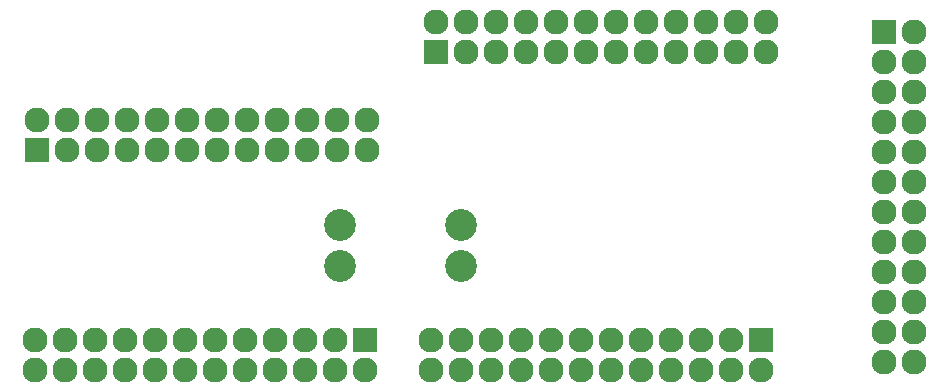
<source format=gbr>
G04 #@! TF.FileFunction,Soldermask,Top*
%FSLAX46Y46*%
G04 Gerber Fmt 4.6, Leading zero omitted, Abs format (unit mm)*
G04 Created by KiCad (PCBNEW 4.0.2+dfsg1-stable) date lun 28 gen 2019 08:35:01 CET*
%MOMM*%
G01*
G04 APERTURE LIST*
%ADD10C,0.100000*%
%ADD11O,2.127200X2.127200*%
%ADD12R,2.127200X2.127200*%
%ADD13C,2.700000*%
G04 APERTURE END LIST*
D10*
D11*
X142635905Y-105830583D03*
X145175905Y-105830583D03*
X142635905Y-103290583D03*
X145175905Y-103290583D03*
X142635905Y-100750583D03*
X145175905Y-100750583D03*
X142635905Y-98210583D03*
X145175905Y-98210583D03*
X142635905Y-95670583D03*
X145175905Y-95670583D03*
X142635905Y-93130583D03*
X145175905Y-93130583D03*
X142635905Y-90590583D03*
X145175905Y-90590583D03*
X142635905Y-88050583D03*
X145175905Y-88050583D03*
X142635905Y-85510583D03*
X145175905Y-85510583D03*
X142635905Y-82970583D03*
X145175905Y-82970583D03*
X142635905Y-80430583D03*
X145175905Y-80430583D03*
D12*
X142635905Y-77890583D03*
D11*
X145175905Y-77890583D03*
X132646420Y-79606140D03*
X132646420Y-77066140D03*
X130106420Y-79606140D03*
X130106420Y-77066140D03*
X127566420Y-79606140D03*
X127566420Y-77066140D03*
X125026420Y-79606140D03*
X125026420Y-77066140D03*
X122486420Y-79606140D03*
X122486420Y-77066140D03*
X119946420Y-79606140D03*
X119946420Y-77066140D03*
X117406420Y-79606140D03*
X117406420Y-77066140D03*
X114866420Y-79606140D03*
X114866420Y-77066140D03*
X112326420Y-79606140D03*
X112326420Y-77066140D03*
X109786420Y-79606140D03*
X109786420Y-77066140D03*
X107246420Y-79606140D03*
X107246420Y-77066140D03*
D12*
X104706420Y-79606140D03*
D11*
X104706420Y-77066140D03*
X104247216Y-103989516D03*
X104247216Y-106529516D03*
X106787216Y-103989516D03*
X106787216Y-106529516D03*
X109327216Y-103989516D03*
X109327216Y-106529516D03*
X111867216Y-103989516D03*
X111867216Y-106529516D03*
X114407216Y-103989516D03*
X114407216Y-106529516D03*
X116947216Y-103989516D03*
X116947216Y-106529516D03*
X119487216Y-103989516D03*
X119487216Y-106529516D03*
X122027216Y-103989516D03*
X122027216Y-106529516D03*
X124567216Y-103989516D03*
X124567216Y-106529516D03*
X127107216Y-103989516D03*
X127107216Y-106529516D03*
X129647216Y-103989516D03*
X129647216Y-106529516D03*
D12*
X132187216Y-103989516D03*
D11*
X132187216Y-106529516D03*
X98811080Y-87871300D03*
X98811080Y-85331300D03*
X96271080Y-87871300D03*
X96271080Y-85331300D03*
X93731080Y-87871300D03*
X93731080Y-85331300D03*
X91191080Y-87871300D03*
X91191080Y-85331300D03*
X88651080Y-87871300D03*
X88651080Y-85331300D03*
X86111080Y-87871300D03*
X86111080Y-85331300D03*
X83571080Y-87871300D03*
X83571080Y-85331300D03*
X81031080Y-87871300D03*
X81031080Y-85331300D03*
X78491080Y-87871300D03*
X78491080Y-85331300D03*
X75951080Y-87871300D03*
X75951080Y-85331300D03*
X73411080Y-87871300D03*
X73411080Y-85331300D03*
D12*
X70871080Y-87871300D03*
D11*
X70871080Y-85331300D03*
X70731380Y-104007920D03*
X70731380Y-106547920D03*
X73271380Y-104007920D03*
X73271380Y-106547920D03*
X75811380Y-104007920D03*
X75811380Y-106547920D03*
X78351380Y-104007920D03*
X78351380Y-106547920D03*
X80891380Y-104007920D03*
X80891380Y-106547920D03*
X83431380Y-104007920D03*
X83431380Y-106547920D03*
X85971380Y-104007920D03*
X85971380Y-106547920D03*
X88511380Y-104007920D03*
X88511380Y-106547920D03*
X91051380Y-104007920D03*
X91051380Y-106547920D03*
X93591380Y-104007920D03*
X93591380Y-106547920D03*
X96131380Y-104007920D03*
X96131380Y-106547920D03*
D12*
X98671380Y-104007920D03*
D11*
X98671380Y-106547920D03*
D13*
X106743500Y-94249300D03*
X106743500Y-97749300D03*
X96575880Y-97749300D03*
X96575880Y-94249300D03*
M02*

</source>
